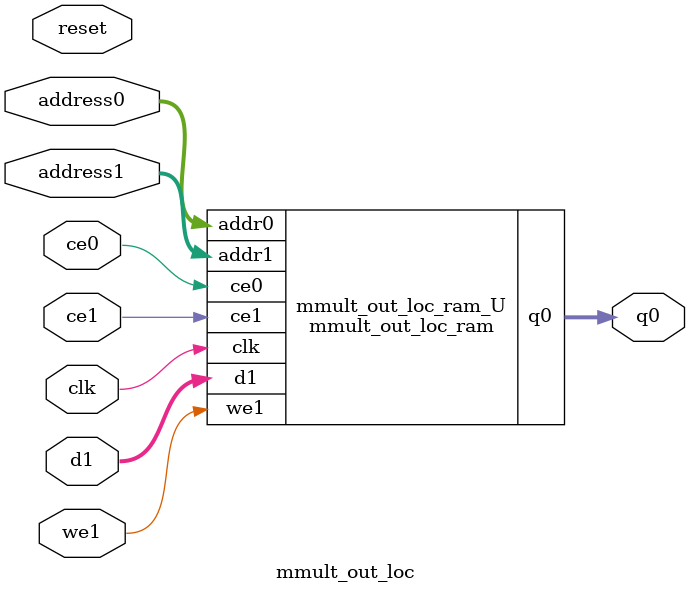
<source format=v>
`timescale 1 ns / 1 ps
module mmult_out_loc_ram (addr0, ce0, q0, addr1, ce1, d1, we1,  clk);

parameter DWIDTH = 32;
parameter AWIDTH = 12;
parameter MEM_SIZE = 4096;

input[AWIDTH-1:0] addr0;
input ce0;
output reg[DWIDTH-1:0] q0;
input[AWIDTH-1:0] addr1;
input ce1;
input[DWIDTH-1:0] d1;
input we1;
input clk;

(* ram_style = "block" *)reg [DWIDTH-1:0] ram[0:MEM_SIZE-1];




always @(posedge clk)  
begin 
    if (ce0) begin
        q0 <= ram[addr0];
    end
end


always @(posedge clk)  
begin 
    if (ce1) begin
        if (we1) 
            ram[addr1] <= d1; 
    end
end


endmodule

`timescale 1 ns / 1 ps
module mmult_out_loc(
    reset,
    clk,
    address0,
    ce0,
    q0,
    address1,
    ce1,
    we1,
    d1);

parameter DataWidth = 32'd32;
parameter AddressRange = 32'd4096;
parameter AddressWidth = 32'd12;
input reset;
input clk;
input[AddressWidth - 1:0] address0;
input ce0;
output[DataWidth - 1:0] q0;
input[AddressWidth - 1:0] address1;
input ce1;
input we1;
input[DataWidth - 1:0] d1;



mmult_out_loc_ram mmult_out_loc_ram_U(
    .clk( clk ),
    .addr0( address0 ),
    .ce0( ce0 ),
    .q0( q0 ),
    .addr1( address1 ),
    .ce1( ce1 ),
    .we1( we1 ),
    .d1( d1 ));

endmodule


</source>
